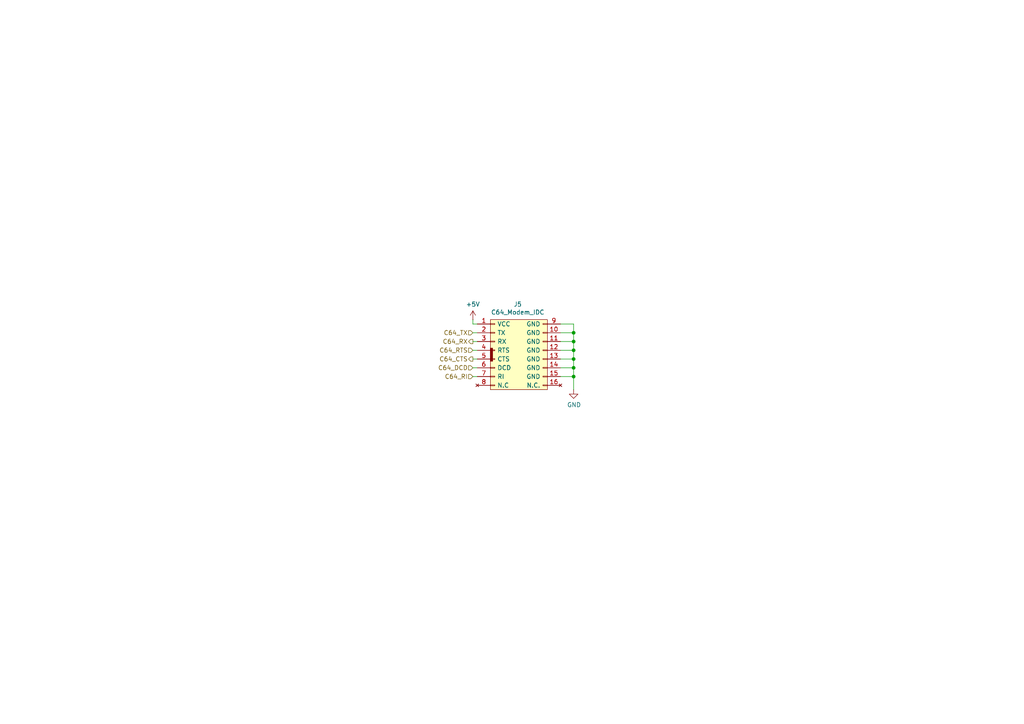
<source format=kicad_sch>
(kicad_sch (version 20231120) (generator "eeschema") (generator_version "8.0")
  (paper "A4")
  (title_block (title "BulkyModem Module (C64 UserPort)") (rev "A"))
  (lib_symbols
    (symbol "c64_adapter_idc:C64_Modem_OUT" (pin_names (offset 2.0066))
      (property "Reference" "J" (at 0 7.62 0))
      (property "Value" "C64_Modem_OUT" (at 0 -15.24 0))
      (symbol "C64_Modem_OUT_0_1"
        (rectangle (start -7.62 -1.905) (end -6.985 -5.715) (fill (type outline)))
        (rectangle (start -7.62 6.35) (end 8.89 -13.97) (fill (type background)))
      )
      (symbol "C64_Modem_OUT_1_1"
        (rectangle (start -7.62 -12.573) (end -6.35 -12.827) (stroke (width 0.1524)))
        (rectangle (start -7.62 -10.033) (end -6.35 -10.287) (stroke (width 0.1524)))
        (rectangle (start -7.62 -7.493) (end -6.35 -7.747) (stroke (width 0.1524)))
        (rectangle (start -7.62 -4.953) (end -6.35 -5.207) (stroke (width 0.1524)))
        (rectangle (start -7.62 -2.413) (end -6.35 -2.667) (stroke (width 0.1524)))
        (rectangle (start -7.62 0.127) (end -6.35 -0.127) (stroke (width 0.1524)))
        (rectangle (start -7.62 2.667) (end -6.35 2.413) (stroke (width 0.1524)))
        (rectangle (start -7.62 5.207) (end -6.35 4.953) (stroke (width 0.1524)))
        (rectangle (start 7.62 2.667) (end 8.89 2.413) (stroke (width 0.1524)))
        (rectangle (start 7.62 5.207) (end 8.89 4.953) (stroke (width 0.1524)))
        (rectangle (start 8.89 -12.573) (end 7.62 -12.827) (stroke (width 0.1524)))
        (rectangle (start 8.89 -10.033) (end 7.62 -10.287) (stroke (width 0.1524)))
        (rectangle (start 8.89 -7.493) (end 7.62 -7.747) (stroke (width 0.1524)))
        (rectangle (start 8.89 -4.953) (end 7.62 -5.207) (stroke (width 0.1524)))
        (rectangle (start 8.89 -2.413) (end 7.62 -2.667) (stroke (width 0.1524)))
        (rectangle (start 8.89 0.127) (end 7.62 -0.127) (stroke (width 0.1524)))
        (pin power_in line (at -11.43 5.08 0) (length 3.81) (name "VCC") (number "1"))
        (pin passive line (at 12.7 2.54 180) (length 3.81) (name "GND") (number "10"))
        (pin passive line (at 12.7 0 180) (length 3.81) (name "GND") (number "11"))
        (pin passive line (at 12.7 -2.54 180) (length 3.81) (name "GND") (number "12"))
        (pin passive line (at 12.7 -5.08 180) (length 3.81) (name "GND") (number "13"))
        (pin passive line (at 12.7 -7.62 180) (length 3.81) (name "GND") (number "14"))
        (pin passive line (at 12.7 -10.16 180) (length 3.81) (name "GND") (number "15"))
        (pin no_connect line (at 12.7 -12.7 180) (length 3.81) (name "N.C.") (number "16"))
        (pin input line (at -11.43 2.54 0) (length 3.81) (name "TX") (number "2"))
        (pin output line (at -11.43 0 0) (length 3.81) (name "RX") (number "3"))
        (pin input line (at -11.43 -2.54 0) (length 3.81) (name "RTS") (number "4"))
        (pin output line (at -11.43 -5.08 0) (length 3.81) (name "CTS") (number "5"))
        (pin input line (at -11.43 -7.62 0) (length 3.81) (name "DCD") (number "6"))
        (pin input line (at -11.43 -10.16 0) (length 3.81) (name "RI") (number "7"))
        (pin no_connect line (at -11.43 -12.7 0) (length 3.81) (name "N.C") (number "8"))
        (pin power_in line (at 12.7 5.08 180) (length 3.81) (name "GND") (number "9"))
      )
    )
    (symbol "power:+5V" (power) (pin_numbers hide) (pin_names (offset 0) hide)
      (property "Value" "+5V" (at 0 3.556 0))
      (symbol "+5V_0_1"
        (polyline (pts (xy -0.762 1.27) (xy 0 2.54)))
        (polyline (pts (xy 0 0) (xy 0 2.54)))
        (polyline (pts (xy 0 2.54) (xy 0.762 1.27)))
      )
      (symbol "+5V_1_1"
        (pin power_in line (at 0 0 90) (length 0) (name "~") (number "1"))
      )
    )
    (symbol "power:GND" (power) (pin_numbers hide) (pin_names (offset 0) hide)
      (property "Value" "GND" (at 0 -3.81 0))
      (symbol "GND_0_1"
        (polyline (pts (xy 0 0) (xy 0 -1.27) (xy 1.27 -1.27) (xy 0 -2.54) (xy -1.27 -1.27) (xy 0 -1.27)))
      )
      (symbol "GND_1_1"
        (pin power_in line (at 0 0 270) (length 0) (name "~") (number "1"))
      )
    )
  )
  (junction (at 166.37 109.22))
  (junction (at 166.37 96.52))
  (junction (at 166.37 104.14))
  (junction (at 166.37 99.06))
  (junction (at 166.37 106.68))
  (junction (at 166.37 101.6))
  (wire (pts (xy 166.37 106.68) (xy 166.37 109.22)))
  (wire (pts (xy 166.37 109.22) (xy 166.37 113.03)))
  (wire (pts (xy 162.56 106.68) (xy 166.37 106.68)))
  (wire (pts (xy 162.56 101.6) (xy 166.37 101.6)))
  (wire (pts (xy 137.16 106.68) (xy 138.43 106.68)))
  (wire (pts (xy 137.16 99.06) (xy 138.43 99.06)))
  (wire (pts (xy 137.16 93.98) (xy 137.16 92.71)))
  (wire (pts (xy 166.37 96.52) (xy 166.37 99.06)))
  (wire (pts (xy 137.16 96.52) (xy 138.43 96.52)))
  (wire (pts (xy 162.56 104.14) (xy 166.37 104.14)))
  (wire (pts (xy 166.37 104.14) (xy 166.37 106.68)))
  (wire (pts (xy 137.16 104.14) (xy 138.43 104.14)))
  (wire (pts (xy 162.56 93.98) (xy 166.37 93.98)))
  (wire (pts (xy 166.37 99.06) (xy 166.37 101.6)))
  (wire (pts (xy 162.56 96.52) (xy 166.37 96.52)))
  (wire (pts (xy 162.56 109.22) (xy 166.37 109.22)))
  (wire (pts (xy 162.56 99.06) (xy 166.37 99.06)))
  (wire (pts (xy 166.37 101.6) (xy 166.37 104.14)))
  (wire (pts (xy 138.43 109.22) (xy 137.16 109.22)))
  (wire (pts (xy 137.16 101.6) (xy 138.43 101.6)))
  (wire (pts (xy 138.43 93.98) (xy 137.16 93.98)))
  (wire (pts (xy 166.37 93.98) (xy 166.37 96.52)))
  (hierarchical_label "C64_RTS" (shape input) (at 137.16 101.6 180))
  (hierarchical_label "C64_CTS" (shape output) (at 137.16 104.14 180))
  (hierarchical_label "C64_RI" (shape input) (at 137.16 109.22 180))
  (hierarchical_label "C64_DCD" (shape input) (at 137.16 106.68 180))
  (hierarchical_label "C64_TX" (shape input) (at 137.16 96.52 180))
  (hierarchical_label "C64_RX" (shape output) (at 137.16 99.06 180))
  (symbol (lib_id "c64_adapter_idc:C64_Modem_OUT") (at 149.86 99.06 0) (unit 1)
    (property "Reference" "J5" (at 150.1648 88.265 0))
    (property "Value" "C64_Modem_IDC" (at 150.1648 90.5764 0))
    (property "Footprint" "BulkyModem:UserPort_Adapter_IDC" (effects (hide yes)))
  )
  (symbol (lib_id "power:GND") (at 166.37 113.03 0) (unit 1)
    (property "Reference" "#PWR0139" (effects (hide yes)))
    (property "Value" "GND" (at 166.497 117.4242 0))
    (property "Description" "Power symbol creates a global label with name \"GND\" , ground" (effects (hide yes)))
  )
  (symbol (lib_id "power:+5V") (at 137.16 92.71 0) (unit 1)
    (property "Reference" "#PWR0140" (effects (hide yes)))
    (property "Value" "+5V" (at 137.16 88.265 0))
    (property "Description" "Power symbol creates a global label with name \"+5V\"" (effects (hide yes)))
  )
)
</source>
